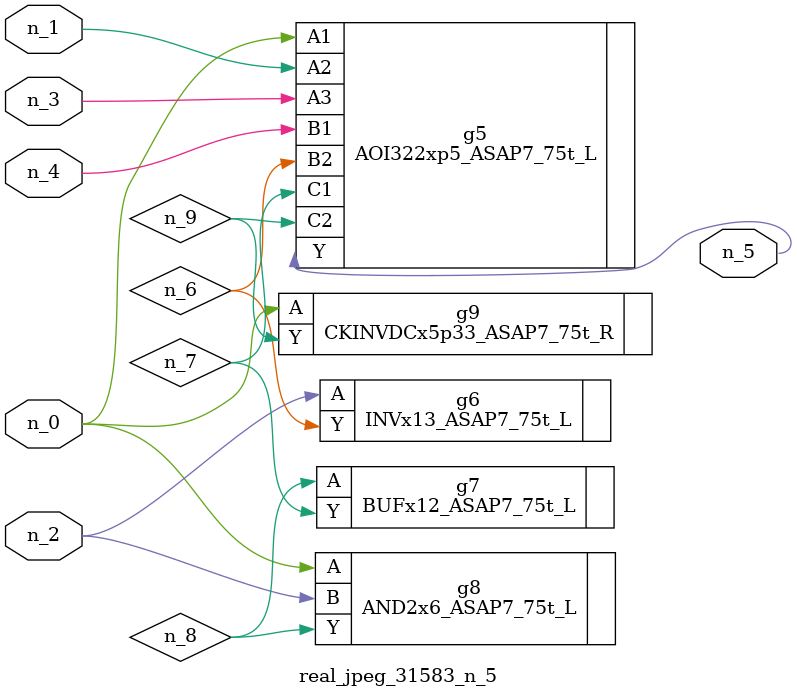
<source format=v>
module real_jpeg_31583_n_5 (n_4, n_0, n_1, n_2, n_3, n_5);

input n_4;
input n_0;
input n_1;
input n_2;
input n_3;

output n_5;

wire n_8;
wire n_6;
wire n_7;
wire n_9;

AOI322xp5_ASAP7_75t_L g5 ( 
.A1(n_0),
.A2(n_1),
.A3(n_3),
.B1(n_4),
.B2(n_6),
.C1(n_7),
.C2(n_9),
.Y(n_5)
);

AND2x6_ASAP7_75t_L g8 ( 
.A(n_0),
.B(n_2),
.Y(n_8)
);

CKINVDCx5p33_ASAP7_75t_R g9 ( 
.A(n_0),
.Y(n_9)
);

INVx13_ASAP7_75t_L g6 ( 
.A(n_2),
.Y(n_6)
);

BUFx12_ASAP7_75t_L g7 ( 
.A(n_8),
.Y(n_7)
);


endmodule
</source>
